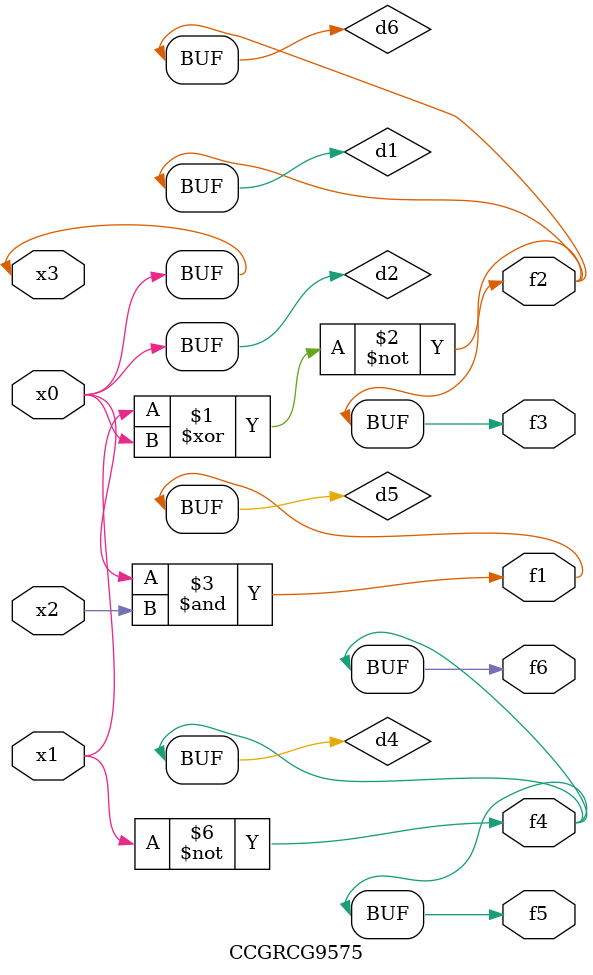
<source format=v>
module CCGRCG9575(
	input x0, x1, x2, x3,
	output f1, f2, f3, f4, f5, f6
);

	wire d1, d2, d3, d4, d5, d6;

	xnor (d1, x1, x3);
	buf (d2, x0, x3);
	nand (d3, x0, x2);
	not (d4, x1);
	nand (d5, d3);
	or (d6, d1);
	assign f1 = d5;
	assign f2 = d6;
	assign f3 = d6;
	assign f4 = d4;
	assign f5 = d4;
	assign f6 = d4;
endmodule

</source>
